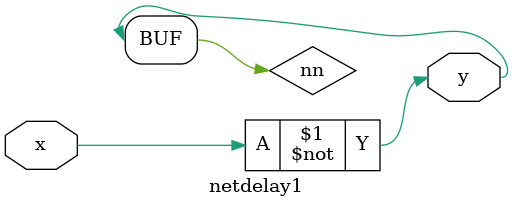
<source format=sv>
module netdelay1(x,y);
input x;
output y;
wire #(2,1) nn; // Declare wire 'nn' with rise=2, fall=1 delay
not (nn,x); // Assign NOT(x) to 'nn' (takes effect after rise/fall delay)
assign y=nn; // Assign 'nn' to 'y' (direct assignment)
endmodule
</source>
